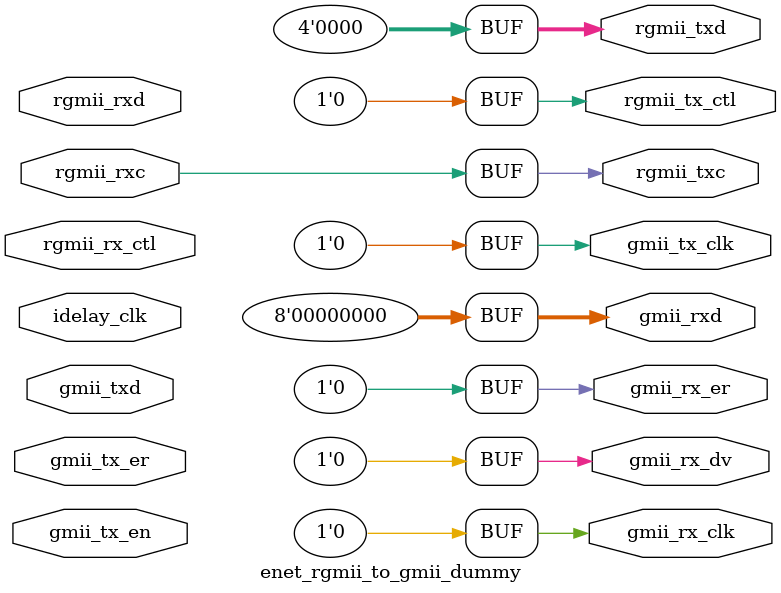
<source format=v>
module enet_rgmii_to_gmii_dummy#(
    //��������IO��ʱ(���Ϊn,��ʾ��ʱn*78ps) 
    parameter IDELAY_VALUE = 0
)(
    input              idelay_clk  , //IDELAYʱ��
    //��̫��GMII�ӿ�
    output             gmii_rx_clk , //GMII����ʱ��
    output             gmii_rx_dv  , //GMII����������Ч�ź�
    output             gmii_rx_er  , //GMII�������ݴ����ź�
    output      [7:0]  gmii_rxd    , //GMII��������
    output             gmii_tx_clk , //GMII����ʱ��
    input              gmii_tx_en  , //GMII��������ʹ���ź�
    input              gmii_tx_er  , //GMII�������ݴ����ź�
    input       [7:0]  gmii_txd    , //GMII��������            
    //��̫��RGMII�ӿ�   
    input              rgmii_rxc   , //RGMII����ʱ��
    input              rgmii_rx_ctl, //RGMII�������ݿ����ź�
    input       [3:0]  rgmii_rxd   , //RGMII��������
    output             rgmii_txc   , //RGMII����ʱ��    
    output             rgmii_tx_ctl, //RGMII�������ݿ����ź�
    output      [3:0]  rgmii_txd     //RGMII��������          
);

assign gmii_rx_clk  = 1'b0; 
assign gmii_rx_dv   = 1'b0; 
assign gmii_rx_er   = 1'b0; 
assign gmii_rxd     = 8'b0; 
assign gmii_tx_clk  = 1'b0; 

assign rgmii_txc    = rgmii_rxc;
assign rgmii_tx_ctl = 1'b0;
assign rgmii_txd    = 4'b0;


endmodule //enet_rgmii_to_gmii_dummy

</source>
